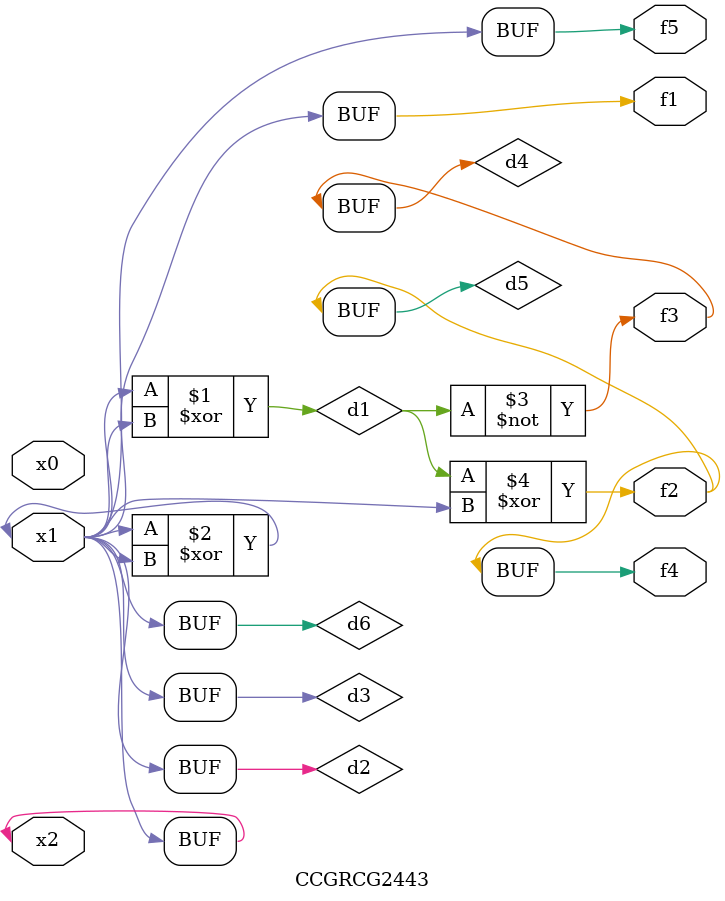
<source format=v>
module CCGRCG2443(
	input x0, x1, x2,
	output f1, f2, f3, f4, f5
);

	wire d1, d2, d3, d4, d5, d6;

	xor (d1, x1, x2);
	buf (d2, x1, x2);
	xor (d3, x1, x2);
	nor (d4, d1);
	xor (d5, d1, d2);
	buf (d6, d2, d3);
	assign f1 = d6;
	assign f2 = d5;
	assign f3 = d4;
	assign f4 = d5;
	assign f5 = d6;
endmodule

</source>
